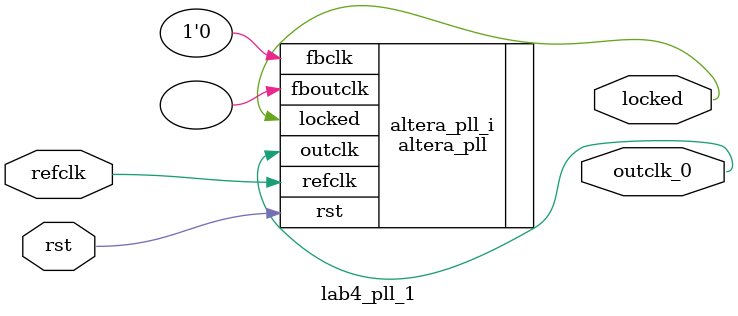
<source format=v>
`timescale 1ns/10ps
module  lab4_pll_1(

	// interface 'refclk'
	input wire refclk,

	// interface 'reset'
	input wire rst,

	// interface 'outclk0'
	output wire outclk_0,

	// interface 'locked'
	output wire locked
);

	altera_pll #(
		.fractional_vco_multiplier("true"),
		.reference_clock_frequency("50.0 MHz"),
		.operation_mode("normal"),
		.number_of_clocks(1),
		.output_clock_frequency0("65.000000 MHz"),
		.phase_shift0("0 ps"),
		.duty_cycle0(50),
		.output_clock_frequency1("0 MHz"),
		.phase_shift1("0 ps"),
		.duty_cycle1(50),
		.output_clock_frequency2("0 MHz"),
		.phase_shift2("0 ps"),
		.duty_cycle2(50),
		.output_clock_frequency3("0 MHz"),
		.phase_shift3("0 ps"),
		.duty_cycle3(50),
		.output_clock_frequency4("0 MHz"),
		.phase_shift4("0 ps"),
		.duty_cycle4(50),
		.output_clock_frequency5("0 MHz"),
		.phase_shift5("0 ps"),
		.duty_cycle5(50),
		.output_clock_frequency6("0 MHz"),
		.phase_shift6("0 ps"),
		.duty_cycle6(50),
		.output_clock_frequency7("0 MHz"),
		.phase_shift7("0 ps"),
		.duty_cycle7(50),
		.output_clock_frequency8("0 MHz"),
		.phase_shift8("0 ps"),
		.duty_cycle8(50),
		.output_clock_frequency9("0 MHz"),
		.phase_shift9("0 ps"),
		.duty_cycle9(50),
		.output_clock_frequency10("0 MHz"),
		.phase_shift10("0 ps"),
		.duty_cycle10(50),
		.output_clock_frequency11("0 MHz"),
		.phase_shift11("0 ps"),
		.duty_cycle11(50),
		.output_clock_frequency12("0 MHz"),
		.phase_shift12("0 ps"),
		.duty_cycle12(50),
		.output_clock_frequency13("0 MHz"),
		.phase_shift13("0 ps"),
		.duty_cycle13(50),
		.output_clock_frequency14("0 MHz"),
		.phase_shift14("0 ps"),
		.duty_cycle14(50),
		.output_clock_frequency15("0 MHz"),
		.phase_shift15("0 ps"),
		.duty_cycle15(50),
		.output_clock_frequency16("0 MHz"),
		.phase_shift16("0 ps"),
		.duty_cycle16(50),
		.output_clock_frequency17("0 MHz"),
		.phase_shift17("0 ps"),
		.duty_cycle17(50),
		.pll_type("General"),
		.pll_subtype("General")
	) altera_pll_i (
		.rst	(rst),
		.outclk	({outclk_0}),
		.locked	(locked),
		.fboutclk	( ),
		.fbclk	(1'b0),
		.refclk	(refclk)
	);
endmodule


</source>
